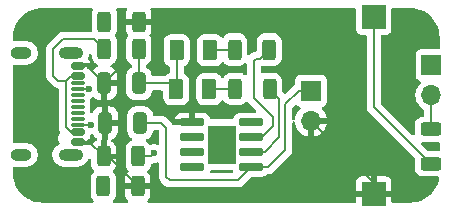
<source format=gbr>
%TF.GenerationSoftware,KiCad,Pcbnew,8.0.4*%
%TF.CreationDate,2024-08-20T22:35:38-07:00*%
%TF.ProjectId,LED flashlight,4c454420-666c-4617-9368-6c696768742e,rev?*%
%TF.SameCoordinates,Original*%
%TF.FileFunction,Copper,L1,Top*%
%TF.FilePolarity,Positive*%
%FSLAX46Y46*%
G04 Gerber Fmt 4.6, Leading zero omitted, Abs format (unit mm)*
G04 Created by KiCad (PCBNEW 8.0.4) date 2024-08-20 22:35:38*
%MOMM*%
%LPD*%
G01*
G04 APERTURE LIST*
G04 Aperture macros list*
%AMRoundRect*
0 Rectangle with rounded corners*
0 $1 Rounding radius*
0 $2 $3 $4 $5 $6 $7 $8 $9 X,Y pos of 4 corners*
0 Add a 4 corners polygon primitive as box body*
4,1,4,$2,$3,$4,$5,$6,$7,$8,$9,$2,$3,0*
0 Add four circle primitives for the rounded corners*
1,1,$1+$1,$2,$3*
1,1,$1+$1,$4,$5*
1,1,$1+$1,$6,$7*
1,1,$1+$1,$8,$9*
0 Add four rect primitives between the rounded corners*
20,1,$1+$1,$2,$3,$4,$5,0*
20,1,$1+$1,$4,$5,$6,$7,0*
20,1,$1+$1,$6,$7,$8,$9,0*
20,1,$1+$1,$8,$9,$2,$3,0*%
G04 Aperture macros list end*
%TA.AperFunction,SMDPad,CuDef*%
%ADD10RoundRect,0.250000X-0.312500X-0.625000X0.312500X-0.625000X0.312500X0.625000X-0.312500X0.625000X0*%
%TD*%
%TA.AperFunction,SMDPad,CuDef*%
%ADD11RoundRect,0.250000X0.375000X0.625000X-0.375000X0.625000X-0.375000X-0.625000X0.375000X-0.625000X0*%
%TD*%
%TA.AperFunction,SMDPad,CuDef*%
%ADD12RoundRect,0.250000X-0.625000X0.312500X-0.625000X-0.312500X0.625000X-0.312500X0.625000X0.312500X0*%
%TD*%
%TA.AperFunction,ComponentPad*%
%ADD13R,1.700000X1.700000*%
%TD*%
%TA.AperFunction,ComponentPad*%
%ADD14O,1.700000X1.700000*%
%TD*%
%TA.AperFunction,SMDPad,CuDef*%
%ADD15RoundRect,0.250000X-0.325000X-0.650000X0.325000X-0.650000X0.325000X0.650000X-0.325000X0.650000X0*%
%TD*%
%TA.AperFunction,SMDPad,CuDef*%
%ADD16RoundRect,0.250000X0.325000X0.650000X-0.325000X0.650000X-0.325000X-0.650000X0.325000X-0.650000X0*%
%TD*%
%TA.AperFunction,SMDPad,CuDef*%
%ADD17R,2.000000X2.000000*%
%TD*%
%TA.AperFunction,SMDPad,CuDef*%
%ADD18RoundRect,0.150000X-0.425000X0.150000X-0.425000X-0.150000X0.425000X-0.150000X0.425000X0.150000X0*%
%TD*%
%TA.AperFunction,SMDPad,CuDef*%
%ADD19RoundRect,0.075000X-0.500000X0.075000X-0.500000X-0.075000X0.500000X-0.075000X0.500000X0.075000X0*%
%TD*%
%TA.AperFunction,ComponentPad*%
%ADD20O,2.100000X1.000000*%
%TD*%
%TA.AperFunction,ComponentPad*%
%ADD21O,1.800000X1.000000*%
%TD*%
%TA.AperFunction,SMDPad,CuDef*%
%ADD22RoundRect,0.075000X-0.910000X-0.225000X0.910000X-0.225000X0.910000X0.225000X-0.910000X0.225000X0*%
%TD*%
%TA.AperFunction,SMDPad,CuDef*%
%ADD23R,2.413000X3.302000*%
%TD*%
%TA.AperFunction,SMDPad,CuDef*%
%ADD24RoundRect,0.250000X0.312500X0.625000X-0.312500X0.625000X-0.312500X-0.625000X0.312500X-0.625000X0*%
%TD*%
%TA.AperFunction,ViaPad*%
%ADD25C,0.600000*%
%TD*%
%TA.AperFunction,Conductor*%
%ADD26C,0.200000*%
%TD*%
G04 APERTURE END LIST*
D10*
%TO.P,R1,1*%
%TO.N,Net-(P1-VBUS-PadA4)*%
X132007500Y-86890000D03*
%TO.P,R1,2*%
%TO.N,Net-(D2-A)*%
X134932500Y-86890000D03*
%TD*%
D11*
%TO.P,D4,1,K*%
%TO.N,Net-(D4-K)*%
X140880000Y-90280000D03*
%TO.P,D4,2,A*%
%TO.N,Net-(D2-A)*%
X138080000Y-90280000D03*
%TD*%
D12*
%TO.P,R5,1*%
%TO.N,Net-(D3-A)*%
X159655000Y-93682500D03*
%TO.P,R5,2*%
%TO.N,Net-(R5-Pad2)*%
X159655000Y-96607500D03*
%TD*%
D10*
%TO.P,R6,1*%
%TO.N,unconnected-(P1-VCONN-PadB5)*%
X131917500Y-98520000D03*
%TO.P,R6,2*%
%TO.N,Earth*%
X134842500Y-98520000D03*
%TD*%
D13*
%TO.P,BT1,1,+*%
%TO.N,Net-(BT1-+)*%
X149520000Y-90425000D03*
D14*
%TO.P,BT1,2,-*%
%TO.N,Earth*%
X149520000Y-92965000D03*
%TD*%
D15*
%TO.P,D2,1,K*%
%TO.N,Earth*%
X131985000Y-89790000D03*
%TO.P,D2,2,A*%
%TO.N,Net-(D2-A)*%
X134935000Y-89790000D03*
%TD*%
D16*
%TO.P,D1,1,K*%
%TO.N,Net-(BT1-+)*%
X135035000Y-93150000D03*
%TO.P,D1,2,A*%
%TO.N,Earth*%
X132085000Y-93150000D03*
%TD*%
D17*
%TO.P,SW1,1,1*%
%TO.N,Net-(R5-Pad2)*%
X154820000Y-84180000D03*
%TO.P,SW1,2,2*%
%TO.N,Earth*%
X154820000Y-99180000D03*
%TD*%
D10*
%TO.P,R2,1*%
%TO.N,Net-(D4-K)*%
X143077500Y-90270000D03*
%TO.P,R2,2*%
%TO.N,Net-(U1-~{STDBY})*%
X146002500Y-90270000D03*
%TD*%
%TO.P,R3,1*%
%TO.N,Net-(D5-K)*%
X143045000Y-86940000D03*
%TO.P,R3,2*%
%TO.N,Net-(U1-~{CHRG})*%
X145970000Y-86940000D03*
%TD*%
D18*
%TO.P,P1,A1,GND*%
%TO.N,Earth*%
X129742221Y-88339014D03*
%TO.P,P1,A4,VBUS*%
%TO.N,Net-(P1-VBUS-PadA4)*%
X129742221Y-89139014D03*
D19*
%TO.P,P1,A5,CC*%
%TO.N,unconnected-(P1-CC-PadA5)*%
X129742221Y-90289014D03*
%TO.P,P1,A6,D+*%
%TO.N,unconnected-(P1-D+-PadA6)*%
X129742221Y-91289014D03*
%TO.P,P1,A7,D-*%
%TO.N,unconnected-(P1-D--PadA7)*%
X129742221Y-91789014D03*
%TO.P,P1,A8*%
%TO.N,N/C*%
X129742221Y-92789014D03*
D18*
%TO.P,P1,A9,VBUS*%
%TO.N,Net-(P1-VBUS-PadA4)*%
X129742221Y-93939014D03*
%TO.P,P1,A12,GND*%
%TO.N,Earth*%
X129742221Y-94739014D03*
%TO.P,P1,B1,GND*%
X129742221Y-94739014D03*
%TO.P,P1,B4,VBUS*%
%TO.N,Net-(P1-VBUS-PadA4)*%
X129742221Y-93939014D03*
D19*
%TO.P,P1,B5,VCONN*%
%TO.N,unconnected-(P1-VCONN-PadB5)*%
X129742221Y-93289014D03*
%TO.P,P1,B6*%
%TO.N,N/C*%
X129742221Y-92289014D03*
%TO.P,P1,B7*%
X129742221Y-90789014D03*
%TO.P,P1,B8*%
X129742221Y-89789014D03*
D18*
%TO.P,P1,B9,VBUS*%
%TO.N,Net-(P1-VBUS-PadA4)*%
X129742221Y-89139014D03*
%TO.P,P1,B12,GND*%
%TO.N,Earth*%
X129742221Y-88339014D03*
D20*
%TO.P,P1,S1,SHIELD*%
%TO.N,unconnected-(P1-SHIELD-PadS1)*%
X129167221Y-87219014D03*
D21*
X124987221Y-87219014D03*
D20*
X129167221Y-95859014D03*
D21*
X124987221Y-95859014D03*
%TD*%
D11*
%TO.P,D5,1,K*%
%TO.N,Net-(D5-K)*%
X140950000Y-86990000D03*
%TO.P,D5,2,A*%
%TO.N,Net-(D2-A)*%
X138150000Y-86990000D03*
%TD*%
D22*
%TO.P,U1,1,TEMP*%
%TO.N,Earth*%
X139460000Y-93080000D03*
%TO.P,U1,2,PROG*%
%TO.N,Net-(U1-PROG)*%
X139460000Y-94350000D03*
%TO.P,U1,3,GND*%
%TO.N,Earth*%
X139460000Y-95620000D03*
%TO.P,U1,4,VCC*%
%TO.N,Net-(D2-A)*%
X139460000Y-96890000D03*
%TO.P,U1,5,BAT*%
%TO.N,Net-(BT1-+)*%
X144410000Y-96890000D03*
%TO.P,U1,6,~{STDBY}*%
%TO.N,Net-(U1-~{STDBY})*%
X144410000Y-95620000D03*
%TO.P,U1,7,~{CHRG}*%
%TO.N,Net-(U1-~{CHRG})*%
X144410000Y-94350000D03*
%TO.P,U1,8,CE*%
%TO.N,Net-(D2-A)*%
X144410000Y-93080000D03*
D23*
%TO.P,U1,9,EP*%
%TO.N,unconnected-(U1-EP-Pad9)*%
X141935000Y-94985000D03*
%TD*%
D10*
%TO.P,R7,1*%
%TO.N,unconnected-(P1-CC-PadA5)*%
X132007500Y-84570000D03*
%TO.P,R7,2*%
%TO.N,Earth*%
X134932500Y-84570000D03*
%TD*%
D13*
%TO.P,LED,1,+*%
%TO.N,Net-(BT1-+)*%
X159706606Y-88262710D03*
D14*
%TO.P,LED,2,-*%
%TO.N,Net-(D3-A)*%
X159706606Y-90802710D03*
%TD*%
D24*
%TO.P,R4,1*%
%TO.N,Net-(U1-PROG)*%
X134872500Y-95990000D03*
%TO.P,R4,2*%
%TO.N,Earth*%
X131947500Y-95990000D03*
%TD*%
D25*
%TO.N,Earth*%
X132085000Y-93150000D03*
X139430000Y-93030000D03*
X139460000Y-95620000D03*
X131947500Y-95990000D03*
%TO.N,Net-(D2-A)*%
X144410000Y-93080000D03*
X138080000Y-90280000D03*
X139520000Y-96860000D03*
%TO.N,unconnected-(P1-VCONN-PadB5)*%
X131917500Y-98520000D03*
X130860000Y-93310000D03*
%TO.N,unconnected-(P1-CC-PadA5)*%
X132007500Y-84570000D03*
X130700000Y-90260000D03*
%TO.N,Net-(U1-PROG)*%
X136220000Y-95730000D03*
X139460000Y-94350000D03*
%TD*%
D26*
%TO.N,Net-(U1-~{STDBY})*%
X146830000Y-94364852D02*
X146830000Y-91097500D01*
X145574852Y-95620000D02*
X146830000Y-94364852D01*
X144410000Y-95620000D02*
X145574852Y-95620000D01*
X146830000Y-91097500D02*
X146002500Y-90270000D01*
%TO.N,Earth*%
X133630000Y-88145000D02*
X131985000Y-89790000D01*
X133760000Y-84570000D02*
X133630000Y-84700000D01*
X131985000Y-93050000D02*
X132085000Y-93150000D01*
X139460000Y-93060000D02*
X139430000Y-93030000D01*
X129742221Y-94739014D02*
X130696514Y-94739014D01*
X133630000Y-84700000D02*
X133630000Y-88145000D01*
X130534014Y-88339014D02*
X131985000Y-89790000D01*
X132085000Y-93150000D02*
X132085000Y-95852500D01*
X134932500Y-84570000D02*
X133760000Y-84570000D01*
X132085000Y-95852500D02*
X131947500Y-95990000D01*
X129742221Y-88339014D02*
X130534014Y-88339014D01*
X154820000Y-98265000D02*
X154820000Y-99180000D01*
X139460000Y-93080000D02*
X139460000Y-93060000D01*
X132312500Y-95990000D02*
X131947500Y-95990000D01*
X149520000Y-92965000D02*
X154820000Y-98265000D01*
X131985000Y-89790000D02*
X131985000Y-93050000D01*
X130696514Y-94739014D02*
X131947500Y-95990000D01*
X134842500Y-98520000D02*
X132312500Y-95990000D01*
%TO.N,Net-(BT1-+)*%
X144410000Y-96890000D02*
X145870000Y-96890000D01*
X135035000Y-93150000D02*
X136830000Y-93150000D01*
X137270000Y-93590000D02*
X137270000Y-97750000D01*
X137270000Y-97750000D02*
X137530000Y-98010000D01*
X145870000Y-96890000D02*
X147330000Y-95430000D01*
X147330000Y-91580000D02*
X148485000Y-90425000D01*
X136830000Y-93150000D02*
X137270000Y-93590000D01*
X143290000Y-98010000D02*
X144410000Y-96890000D01*
X147330000Y-95430000D02*
X147330000Y-91580000D01*
X137530000Y-98010000D02*
X143290000Y-98010000D01*
X148485000Y-90425000D02*
X149520000Y-90425000D01*
%TO.N,Net-(D2-A)*%
X138150000Y-90210000D02*
X138080000Y-90280000D01*
X139490000Y-96890000D02*
X139520000Y-96860000D01*
X134932500Y-89787500D02*
X134935000Y-89790000D01*
X137590000Y-89790000D02*
X138080000Y-90280000D01*
X134935000Y-89790000D02*
X137590000Y-89790000D01*
X134932500Y-86890000D02*
X134932500Y-89787500D01*
X139460000Y-96890000D02*
X139490000Y-96890000D01*
X138150000Y-86990000D02*
X138150000Y-90210000D01*
%TO.N,Net-(D4-K)*%
X143067500Y-90280000D02*
X143077500Y-90270000D01*
X140880000Y-90280000D02*
X143067500Y-90280000D01*
%TO.N,Net-(D5-K)*%
X142995000Y-86990000D02*
X143045000Y-86940000D01*
X140950000Y-86990000D02*
X142995000Y-86990000D01*
%TO.N,Net-(P1-VBUS-PadA4)*%
X128113267Y-89572026D02*
X127687128Y-89145887D01*
X129192362Y-89139014D02*
X128759350Y-89572026D01*
X127687128Y-89145887D02*
X127687128Y-86850231D01*
X128738730Y-93484954D02*
X128738730Y-89592646D01*
X129742221Y-93939014D02*
X129192790Y-93939014D01*
X131153254Y-86035754D02*
X132007500Y-86890000D01*
X128759350Y-89572026D02*
X128113267Y-89572026D01*
X127687128Y-86850231D02*
X128501605Y-86035754D01*
X129742221Y-89139014D02*
X129192362Y-89139014D01*
X129192790Y-93939014D02*
X128738730Y-93484954D01*
X128501605Y-86035754D02*
X131153254Y-86035754D01*
X128738730Y-89592646D02*
X128759350Y-89572026D01*
%TO.N,unconnected-(P1-VCONN-PadB5)*%
X130839014Y-93289014D02*
X130860000Y-93310000D01*
X129742221Y-93289014D02*
X130839014Y-93289014D01*
%TO.N,unconnected-(P1-CC-PadA5)*%
X129742221Y-90289014D02*
X130670986Y-90289014D01*
X130670986Y-90289014D02*
X130700000Y-90260000D01*
%TO.N,Net-(U1-~{CHRG})*%
X144830000Y-87720000D02*
X145190000Y-87720000D01*
X144410000Y-94350000D02*
X145394999Y-94350000D01*
X144680000Y-87870000D02*
X144830000Y-87720000D01*
X144680000Y-91050000D02*
X144680000Y-87870000D01*
X145190000Y-87720000D02*
X145970000Y-86940000D01*
X145394999Y-94350000D02*
X146300000Y-93444999D01*
X146300000Y-92670000D02*
X144680000Y-91050000D01*
X146300000Y-93444999D02*
X146300000Y-92670000D01*
%TO.N,Net-(U1-PROG)*%
X135960000Y-95990000D02*
X136220000Y-95730000D01*
X134872500Y-95990000D02*
X135960000Y-95990000D01*
%TO.N,Net-(D3-A)*%
X159655000Y-90705000D02*
X159755000Y-90605000D01*
X159655000Y-93682500D02*
X159655000Y-90705000D01*
%TO.N,Net-(R5-Pad2)*%
X154820000Y-91772500D02*
X159655000Y-96607500D01*
X154820000Y-84180000D02*
X154820000Y-91772500D01*
%TD*%
%TA.AperFunction,Conductor*%
%TO.N,Earth*%
G36*
X133913353Y-83430185D02*
G01*
X133959108Y-83482989D01*
X133969052Y-83552147D01*
X133951852Y-83599597D01*
X133935646Y-83625869D01*
X133935641Y-83625880D01*
X133880494Y-83792302D01*
X133880493Y-83792309D01*
X133870000Y-83895013D01*
X133870000Y-84320000D01*
X135994999Y-84320000D01*
X135994999Y-83895028D01*
X135994998Y-83895013D01*
X135984505Y-83792302D01*
X135929358Y-83625880D01*
X135929353Y-83625869D01*
X135913148Y-83599597D01*
X135894707Y-83532205D01*
X135915629Y-83465541D01*
X135969271Y-83420772D01*
X136018686Y-83410500D01*
X153195500Y-83410500D01*
X153262539Y-83430185D01*
X153308294Y-83482989D01*
X153319500Y-83534500D01*
X153319500Y-85227870D01*
X153319501Y-85227876D01*
X153325908Y-85287483D01*
X153376202Y-85422328D01*
X153376206Y-85422335D01*
X153462452Y-85537544D01*
X153462455Y-85537547D01*
X153577664Y-85623793D01*
X153577671Y-85623797D01*
X153594801Y-85630186D01*
X153712517Y-85674091D01*
X153772127Y-85680500D01*
X154095500Y-85680499D01*
X154162539Y-85700183D01*
X154208294Y-85752987D01*
X154219500Y-85804499D01*
X154219500Y-91685830D01*
X154219499Y-91685848D01*
X154219499Y-91851554D01*
X154219498Y-91851554D01*
X154260423Y-92004286D01*
X154276044Y-92031340D01*
X154276045Y-92031345D01*
X154276047Y-92031345D01*
X154332509Y-92129142D01*
X154339479Y-92141214D01*
X154339481Y-92141217D01*
X154458349Y-92260085D01*
X154458355Y-92260090D01*
X158253013Y-96054749D01*
X158286498Y-96116072D01*
X158288690Y-96155032D01*
X158279500Y-96244981D01*
X158279500Y-96970001D01*
X158279501Y-96970019D01*
X158290000Y-97072796D01*
X158290001Y-97072799D01*
X158345185Y-97239331D01*
X158345187Y-97239336D01*
X158372107Y-97282980D01*
X158437288Y-97388656D01*
X158561344Y-97512712D01*
X158710666Y-97604814D01*
X158877203Y-97659999D01*
X158979991Y-97670500D01*
X160228127Y-97670499D01*
X160295166Y-97690184D01*
X160340921Y-97742987D01*
X160350865Y-97812146D01*
X160350096Y-97816851D01*
X160318219Y-97990798D01*
X160314635Y-98005336D01*
X160229306Y-98279167D01*
X160223997Y-98293168D01*
X160106275Y-98554736D01*
X160099316Y-98567995D01*
X159950928Y-98813459D01*
X159942422Y-98825782D01*
X159765526Y-99051573D01*
X159755596Y-99062781D01*
X159552781Y-99265596D01*
X159541573Y-99275526D01*
X159315782Y-99452422D01*
X159303459Y-99460928D01*
X159057995Y-99609316D01*
X159044736Y-99616275D01*
X158783168Y-99733997D01*
X158769167Y-99739306D01*
X158495336Y-99824635D01*
X158480798Y-99828219D01*
X158198659Y-99879923D01*
X158183794Y-99881728D01*
X157893736Y-99899274D01*
X157886249Y-99899500D01*
X156444000Y-99899500D01*
X156376961Y-99879815D01*
X156331206Y-99827011D01*
X156320000Y-99775500D01*
X156320000Y-99430000D01*
X153320000Y-99430000D01*
X153320000Y-99775500D01*
X153300315Y-99842539D01*
X153247511Y-99888294D01*
X153196000Y-99899500D01*
X135760523Y-99899500D01*
X135693484Y-99879815D01*
X135647729Y-99827011D01*
X135637785Y-99757853D01*
X135666810Y-99694297D01*
X135672842Y-99687819D01*
X135747315Y-99613345D01*
X135839356Y-99464124D01*
X135839358Y-99464119D01*
X135894505Y-99297697D01*
X135894506Y-99297690D01*
X135904999Y-99194986D01*
X135905000Y-99194973D01*
X135905000Y-98770000D01*
X133780001Y-98770000D01*
X133780001Y-99194986D01*
X133790494Y-99297697D01*
X133845641Y-99464119D01*
X133845643Y-99464124D01*
X133937684Y-99613345D01*
X134012158Y-99687819D01*
X134045643Y-99749142D01*
X134040659Y-99818834D01*
X133998787Y-99874767D01*
X133933323Y-99899184D01*
X133924477Y-99899500D01*
X132836230Y-99899500D01*
X132769191Y-99879815D01*
X132723436Y-99827011D01*
X132713492Y-99757853D01*
X132742517Y-99694297D01*
X132748549Y-99687819D01*
X132822712Y-99613656D01*
X132914814Y-99464334D01*
X132969999Y-99297797D01*
X132980500Y-99195009D01*
X132980499Y-97845013D01*
X133780000Y-97845013D01*
X133780000Y-98270000D01*
X135904999Y-98270000D01*
X135904999Y-97845028D01*
X135904998Y-97845013D01*
X135894505Y-97742302D01*
X135839358Y-97575880D01*
X135839356Y-97575875D01*
X135747315Y-97426654D01*
X135678695Y-97358034D01*
X135645210Y-97296711D01*
X135650194Y-97227019D01*
X135678691Y-97182676D01*
X135777712Y-97083656D01*
X135869814Y-96934334D01*
X135924999Y-96767797D01*
X135931839Y-96700842D01*
X135958235Y-96636151D01*
X136015416Y-96596000D01*
X136039023Y-96590504D01*
X136039043Y-96590501D01*
X136039057Y-96590501D01*
X136191785Y-96549577D01*
X136192678Y-96549061D01*
X136194391Y-96548497D01*
X136199293Y-96546467D01*
X136199445Y-96546834D01*
X136240805Y-96533220D01*
X136338664Y-96522194D01*
X136399249Y-96515369D01*
X136399251Y-96515368D01*
X136399255Y-96515368D01*
X136399258Y-96515366D01*
X136399262Y-96515366D01*
X136504545Y-96478526D01*
X136574324Y-96474964D01*
X136634951Y-96509692D01*
X136667179Y-96571686D01*
X136669500Y-96595567D01*
X136669500Y-97663330D01*
X136669499Y-97663348D01*
X136669499Y-97829054D01*
X136669498Y-97829054D01*
X136710423Y-97981785D01*
X136719883Y-97998170D01*
X136789477Y-98118712D01*
X136789481Y-98118717D01*
X136918720Y-98247956D01*
X136918725Y-98247960D01*
X137161284Y-98490520D01*
X137161286Y-98490521D01*
X137161290Y-98490524D01*
X137272510Y-98554736D01*
X137298216Y-98569577D01*
X137450943Y-98610501D01*
X137450945Y-98610501D01*
X137616654Y-98610501D01*
X137616670Y-98610500D01*
X143203331Y-98610500D01*
X143203347Y-98610501D01*
X143210943Y-98610501D01*
X143369054Y-98610501D01*
X143369057Y-98610501D01*
X143521785Y-98569577D01*
X143571904Y-98540639D01*
X143658716Y-98490520D01*
X143770520Y-98378716D01*
X143770520Y-98378714D01*
X143780728Y-98368507D01*
X143780729Y-98368504D01*
X144017079Y-98132155D01*
X153320000Y-98132155D01*
X153320000Y-98930000D01*
X154570000Y-98930000D01*
X155070000Y-98930000D01*
X156320000Y-98930000D01*
X156320000Y-98132172D01*
X156319999Y-98132155D01*
X156313598Y-98072627D01*
X156313596Y-98072620D01*
X156263354Y-97937913D01*
X156263350Y-97937906D01*
X156177190Y-97822812D01*
X156177187Y-97822809D01*
X156062093Y-97736649D01*
X156062086Y-97736645D01*
X155927379Y-97686403D01*
X155927372Y-97686401D01*
X155867844Y-97680000D01*
X155070000Y-97680000D01*
X155070000Y-98930000D01*
X154570000Y-98930000D01*
X154570000Y-97680000D01*
X153772155Y-97680000D01*
X153712627Y-97686401D01*
X153712620Y-97686403D01*
X153577913Y-97736645D01*
X153577906Y-97736649D01*
X153462812Y-97822809D01*
X153462809Y-97822812D01*
X153376649Y-97937906D01*
X153376645Y-97937913D01*
X153326403Y-98072620D01*
X153326401Y-98072627D01*
X153320000Y-98132155D01*
X144017079Y-98132155D01*
X144422416Y-97726819D01*
X144483739Y-97693334D01*
X144510097Y-97690500D01*
X145357713Y-97690500D01*
X145357720Y-97690500D01*
X145470236Y-97675687D01*
X145610233Y-97617698D01*
X145730451Y-97525451D01*
X145730452Y-97525448D01*
X145736898Y-97520503D01*
X145738006Y-97521947D01*
X145790405Y-97493335D01*
X145816763Y-97490501D01*
X145949054Y-97490501D01*
X145949057Y-97490501D01*
X146101785Y-97449577D01*
X146171200Y-97409500D01*
X146238716Y-97370520D01*
X146350520Y-97258716D01*
X146350520Y-97258714D01*
X146360724Y-97248511D01*
X146360727Y-97248506D01*
X147810520Y-95798716D01*
X147889577Y-95661785D01*
X147930501Y-95509057D01*
X147930501Y-95350942D01*
X147930501Y-95343347D01*
X147930500Y-95343329D01*
X147930500Y-93126511D01*
X147950185Y-93059472D01*
X148002989Y-93013717D01*
X148072147Y-93003773D01*
X148135703Y-93032798D01*
X148173477Y-93091576D01*
X148178028Y-93115704D01*
X148185430Y-93200315D01*
X148185432Y-93200326D01*
X148246566Y-93428483D01*
X148246570Y-93428492D01*
X148346399Y-93642578D01*
X148481894Y-93836082D01*
X148648917Y-94003105D01*
X148842421Y-94138600D01*
X149056507Y-94238429D01*
X149056516Y-94238433D01*
X149270000Y-94295634D01*
X149270000Y-93398012D01*
X149327007Y-93430925D01*
X149454174Y-93465000D01*
X149585826Y-93465000D01*
X149712993Y-93430925D01*
X149770000Y-93398012D01*
X149770000Y-94295633D01*
X149983483Y-94238433D01*
X149983492Y-94238429D01*
X150197578Y-94138600D01*
X150391082Y-94003105D01*
X150558105Y-93836082D01*
X150693600Y-93642578D01*
X150793429Y-93428492D01*
X150793432Y-93428486D01*
X150850636Y-93215000D01*
X149953012Y-93215000D01*
X149985925Y-93157993D01*
X150020000Y-93030826D01*
X150020000Y-92899174D01*
X149985925Y-92772007D01*
X149953012Y-92715000D01*
X150850636Y-92715000D01*
X150850635Y-92714999D01*
X150793432Y-92501513D01*
X150793429Y-92501507D01*
X150693600Y-92287422D01*
X150693599Y-92287420D01*
X150558113Y-92093926D01*
X150558108Y-92093920D01*
X150436053Y-91971865D01*
X150402568Y-91910542D01*
X150407552Y-91840850D01*
X150449424Y-91784917D01*
X150480400Y-91768002D01*
X150612331Y-91718796D01*
X150727546Y-91632546D01*
X150813796Y-91517331D01*
X150864091Y-91382483D01*
X150870500Y-91322873D01*
X150870499Y-89527128D01*
X150864386Y-89470257D01*
X150864091Y-89467516D01*
X150813797Y-89332671D01*
X150813793Y-89332664D01*
X150727547Y-89217455D01*
X150727544Y-89217452D01*
X150612335Y-89131206D01*
X150612328Y-89131202D01*
X150477482Y-89080908D01*
X150477483Y-89080908D01*
X150417883Y-89074501D01*
X150417881Y-89074500D01*
X150417873Y-89074500D01*
X150417864Y-89074500D01*
X148622129Y-89074500D01*
X148622123Y-89074501D01*
X148562516Y-89080908D01*
X148427671Y-89131202D01*
X148427664Y-89131206D01*
X148312455Y-89217452D01*
X148312452Y-89217455D01*
X148226206Y-89332664D01*
X148226202Y-89332671D01*
X148175908Y-89467517D01*
X148170846Y-89514604D01*
X148169501Y-89527123D01*
X148169500Y-89527135D01*
X148169500Y-89842495D01*
X148149815Y-89909534D01*
X148120989Y-89940869D01*
X148116281Y-89944481D01*
X147408930Y-90651832D01*
X147347607Y-90685317D01*
X147277915Y-90680333D01*
X147233568Y-90651832D01*
X147101818Y-90520082D01*
X147068333Y-90458759D01*
X147065499Y-90432401D01*
X147065499Y-89594998D01*
X147065498Y-89594981D01*
X147054999Y-89492203D01*
X147054998Y-89492200D01*
X146999814Y-89325666D01*
X146907712Y-89176344D01*
X146783656Y-89052288D01*
X146678131Y-88987200D01*
X146634336Y-88960187D01*
X146634331Y-88960185D01*
X146632862Y-88959698D01*
X146467797Y-88905001D01*
X146467795Y-88905000D01*
X146365010Y-88894500D01*
X145639998Y-88894500D01*
X145639980Y-88894501D01*
X145537203Y-88905000D01*
X145537197Y-88905002D01*
X145443503Y-88936049D01*
X145373675Y-88938451D01*
X145313633Y-88902719D01*
X145282441Y-88840198D01*
X145280500Y-88818343D01*
X145280500Y-88412582D01*
X145300185Y-88345543D01*
X145352989Y-88299788D01*
X145372403Y-88292808D01*
X145389356Y-88288266D01*
X145459206Y-88289929D01*
X145460335Y-88290296D01*
X145504703Y-88304999D01*
X145607491Y-88315500D01*
X146332508Y-88315499D01*
X146332516Y-88315498D01*
X146332519Y-88315498D01*
X146409306Y-88307654D01*
X146435297Y-88304999D01*
X146601834Y-88249814D01*
X146751156Y-88157712D01*
X146875212Y-88033656D01*
X146967314Y-87884334D01*
X147022499Y-87717797D01*
X147033000Y-87615009D01*
X147032999Y-86264992D01*
X147027891Y-86214992D01*
X147022499Y-86162203D01*
X147022498Y-86162200D01*
X147005931Y-86112204D01*
X146967314Y-85995666D01*
X146875212Y-85846344D01*
X146751156Y-85722288D01*
X146601834Y-85630186D01*
X146435297Y-85575001D01*
X146435295Y-85575000D01*
X146332510Y-85564500D01*
X145607498Y-85564500D01*
X145607480Y-85564501D01*
X145504703Y-85575000D01*
X145504700Y-85575001D01*
X145338168Y-85630185D01*
X145338163Y-85630187D01*
X145188842Y-85722289D01*
X145064789Y-85846342D01*
X144972687Y-85995663D01*
X144972685Y-85995668D01*
X144956117Y-86045668D01*
X144917501Y-86162203D01*
X144917501Y-86162204D01*
X144917500Y-86162204D01*
X144907000Y-86264983D01*
X144907000Y-86264991D01*
X144907000Y-86676235D01*
X144907001Y-86995499D01*
X144887317Y-87062538D01*
X144834513Y-87108293D01*
X144783001Y-87119499D01*
X144750943Y-87119499D01*
X144643587Y-87148265D01*
X144598210Y-87160424D01*
X144598209Y-87160425D01*
X144548096Y-87189359D01*
X144548095Y-87189360D01*
X144504689Y-87214420D01*
X144461285Y-87239479D01*
X144461282Y-87239481D01*
X144398518Y-87302246D01*
X144349480Y-87351284D01*
X144349478Y-87351286D01*
X144333053Y-87367711D01*
X144319679Y-87381085D01*
X144258355Y-87414569D01*
X144188663Y-87409583D01*
X144132731Y-87367711D01*
X144108315Y-87302246D01*
X144107999Y-87293423D01*
X144107999Y-86264992D01*
X144102891Y-86214992D01*
X144097499Y-86162203D01*
X144097498Y-86162200D01*
X144080931Y-86112204D01*
X144042314Y-85995666D01*
X143950212Y-85846344D01*
X143826156Y-85722288D01*
X143676834Y-85630186D01*
X143510297Y-85575001D01*
X143510295Y-85575000D01*
X143407510Y-85564500D01*
X142682498Y-85564500D01*
X142682480Y-85564501D01*
X142579703Y-85575000D01*
X142579700Y-85575001D01*
X142413168Y-85630185D01*
X142413163Y-85630187D01*
X142263842Y-85722289D01*
X142139787Y-85846344D01*
X142118110Y-85881489D01*
X142066162Y-85928213D01*
X141997199Y-85939434D01*
X141933117Y-85911590D01*
X141923034Y-85901235D01*
X141922819Y-85901451D01*
X141793657Y-85772289D01*
X141793656Y-85772288D01*
X141700888Y-85715069D01*
X141644336Y-85680187D01*
X141644331Y-85680185D01*
X141642862Y-85679698D01*
X141477797Y-85625001D01*
X141477795Y-85625000D01*
X141375010Y-85614500D01*
X140524998Y-85614500D01*
X140524980Y-85614501D01*
X140422203Y-85625000D01*
X140422200Y-85625001D01*
X140255668Y-85680185D01*
X140255663Y-85680187D01*
X140106342Y-85772289D01*
X139982289Y-85896342D01*
X139890187Y-86045663D01*
X139890185Y-86045668D01*
X139862349Y-86129670D01*
X139835001Y-86212203D01*
X139835001Y-86212204D01*
X139835000Y-86212204D01*
X139824500Y-86314983D01*
X139824500Y-87665001D01*
X139824501Y-87665018D01*
X139835000Y-87767796D01*
X139835001Y-87767799D01*
X139873618Y-87884336D01*
X139890186Y-87934334D01*
X139982288Y-88083656D01*
X140106344Y-88207712D01*
X140255666Y-88299814D01*
X140422203Y-88354999D01*
X140524991Y-88365500D01*
X141375008Y-88365499D01*
X141375016Y-88365498D01*
X141375019Y-88365498D01*
X141431302Y-88359748D01*
X141477797Y-88354999D01*
X141644334Y-88299814D01*
X141793656Y-88207712D01*
X141917712Y-88083656D01*
X141939389Y-88048510D01*
X141991334Y-88001788D01*
X142060296Y-87990564D01*
X142124379Y-88018406D01*
X142134465Y-88028764D01*
X142134681Y-88028549D01*
X142139788Y-88033656D01*
X142263844Y-88157712D01*
X142413166Y-88249814D01*
X142579703Y-88304999D01*
X142682491Y-88315500D01*
X143407508Y-88315499D01*
X143407516Y-88315498D01*
X143407519Y-88315498D01*
X143484306Y-88307654D01*
X143510297Y-88304999D01*
X143676834Y-88249814D01*
X143826156Y-88157712D01*
X143867819Y-88116049D01*
X143929142Y-88082564D01*
X143998834Y-88087548D01*
X144054767Y-88129420D01*
X144079184Y-88194884D01*
X144079500Y-88203730D01*
X144079500Y-88973770D01*
X144059815Y-89040809D01*
X144007011Y-89086564D01*
X143937853Y-89096508D01*
X143874297Y-89067483D01*
X143867819Y-89061451D01*
X143858657Y-89052289D01*
X143858656Y-89052288D01*
X143753131Y-88987200D01*
X143709336Y-88960187D01*
X143709331Y-88960185D01*
X143707862Y-88959698D01*
X143542797Y-88905001D01*
X143542795Y-88905000D01*
X143440010Y-88894500D01*
X142714998Y-88894500D01*
X142714980Y-88894501D01*
X142612203Y-88905000D01*
X142612200Y-88905001D01*
X142445668Y-88960185D01*
X142445663Y-88960187D01*
X142296342Y-89052289D01*
X142172288Y-89176343D01*
X142172285Y-89176347D01*
X142112453Y-89273350D01*
X142060505Y-89320075D01*
X141991543Y-89331296D01*
X141927461Y-89303453D01*
X141901377Y-89273350D01*
X141847712Y-89186344D01*
X141723656Y-89062288D01*
X141601923Y-88987203D01*
X141574336Y-88970187D01*
X141574331Y-88970185D01*
X141544153Y-88960185D01*
X141407797Y-88915001D01*
X141407795Y-88915000D01*
X141305010Y-88904500D01*
X140454998Y-88904500D01*
X140454980Y-88904501D01*
X140352203Y-88915000D01*
X140352200Y-88915001D01*
X140185668Y-88970185D01*
X140185663Y-88970187D01*
X140036342Y-89062289D01*
X139912289Y-89186342D01*
X139820187Y-89335663D01*
X139820185Y-89335668D01*
X139801656Y-89391586D01*
X139765001Y-89502203D01*
X139765001Y-89502204D01*
X139765000Y-89502204D01*
X139754500Y-89604983D01*
X139754500Y-90955001D01*
X139754501Y-90955018D01*
X139765000Y-91057796D01*
X139765001Y-91057799D01*
X139820185Y-91224331D01*
X139820187Y-91224336D01*
X139833886Y-91246545D01*
X139912288Y-91373656D01*
X140036344Y-91497712D01*
X140185666Y-91589814D01*
X140352203Y-91644999D01*
X140454991Y-91655500D01*
X141305008Y-91655499D01*
X141305016Y-91655498D01*
X141305019Y-91655498D01*
X141402892Y-91645500D01*
X141407797Y-91644999D01*
X141574334Y-91589814D01*
X141723656Y-91497712D01*
X141847712Y-91373656D01*
X141907545Y-91276649D01*
X141959492Y-91229925D01*
X142028455Y-91218702D01*
X142092537Y-91246545D01*
X142118623Y-91276650D01*
X142149781Y-91327167D01*
X142172288Y-91363656D01*
X142296344Y-91487712D01*
X142445666Y-91579814D01*
X142612203Y-91634999D01*
X142714991Y-91645500D01*
X143440008Y-91645499D01*
X143440016Y-91645498D01*
X143440019Y-91645498D01*
X143496302Y-91639748D01*
X143542797Y-91634999D01*
X143709334Y-91579814D01*
X143858656Y-91487712D01*
X143982712Y-91363656D01*
X143982715Y-91363650D01*
X143985714Y-91360652D01*
X144047037Y-91327167D01*
X144116729Y-91332151D01*
X144172663Y-91374022D01*
X144180782Y-91386332D01*
X144199475Y-91418709D01*
X144199482Y-91418718D01*
X144318349Y-91537585D01*
X144318355Y-91537590D01*
X144848584Y-92067819D01*
X144882069Y-92129142D01*
X144877085Y-92198834D01*
X144835213Y-92254767D01*
X144769749Y-92279184D01*
X144760903Y-92279500D01*
X144461915Y-92279500D01*
X144448031Y-92278720D01*
X144410002Y-92274435D01*
X144409998Y-92274435D01*
X144371969Y-92278720D01*
X144358085Y-92279500D01*
X143462272Y-92279500D01*
X143349764Y-92294313D01*
X143349763Y-92294313D01*
X143209770Y-92352300D01*
X143209767Y-92352301D01*
X143209767Y-92352302D01*
X143089549Y-92444549D01*
X143045837Y-92501516D01*
X142997300Y-92564770D01*
X142947422Y-92685187D01*
X142939313Y-92704764D01*
X142937966Y-92715000D01*
X142936559Y-92725685D01*
X142908293Y-92789581D01*
X142849969Y-92828053D01*
X142813620Y-92833500D01*
X141055876Y-92833500D01*
X140988837Y-92813815D01*
X140943082Y-92761011D01*
X140932937Y-92725686D01*
X140930199Y-92704895D01*
X140930198Y-92704891D01*
X140872263Y-92565021D01*
X140780094Y-92444905D01*
X140659978Y-92352736D01*
X140520108Y-92294801D01*
X140520104Y-92294800D01*
X140407697Y-92280000D01*
X139710000Y-92280000D01*
X139710000Y-93206000D01*
X139690315Y-93273039D01*
X139637511Y-93318794D01*
X139586000Y-93330000D01*
X137965234Y-93330000D01*
X137925421Y-93351739D01*
X137855729Y-93346753D01*
X137799796Y-93304880D01*
X137791678Y-93292572D01*
X137787957Y-93286127D01*
X137787957Y-93286126D01*
X137750524Y-93221290D01*
X137750521Y-93221286D01*
X137750520Y-93221284D01*
X137638716Y-93109480D01*
X137638715Y-93109479D01*
X137634385Y-93105149D01*
X137634374Y-93105139D01*
X137346537Y-92817302D01*
X137975000Y-92817302D01*
X137975000Y-92830000D01*
X139210000Y-92830000D01*
X139210000Y-92280000D01*
X138512302Y-92280000D01*
X138399895Y-92294800D01*
X138399891Y-92294801D01*
X138260021Y-92352736D01*
X138139905Y-92444905D01*
X138047736Y-92565021D01*
X137989801Y-92704891D01*
X137989800Y-92704895D01*
X137975000Y-92817302D01*
X137346537Y-92817302D01*
X137317590Y-92788355D01*
X137317588Y-92788352D01*
X137198717Y-92669481D01*
X137198716Y-92669480D01*
X137111904Y-92619360D01*
X137111904Y-92619359D01*
X137111900Y-92619358D01*
X137061785Y-92590423D01*
X136909057Y-92549499D01*
X136750943Y-92549499D01*
X136743347Y-92549499D01*
X136743331Y-92549500D01*
X136232643Y-92549500D01*
X136165604Y-92529815D01*
X136119849Y-92477011D01*
X136109285Y-92438102D01*
X136105569Y-92401734D01*
X136099999Y-92347203D01*
X136044814Y-92180666D01*
X135952712Y-92031344D01*
X135828656Y-91907288D01*
X135679334Y-91815186D01*
X135512797Y-91760001D01*
X135512795Y-91760000D01*
X135410010Y-91749500D01*
X134659998Y-91749500D01*
X134659980Y-91749501D01*
X134557203Y-91760000D01*
X134557200Y-91760001D01*
X134390668Y-91815185D01*
X134390663Y-91815187D01*
X134241342Y-91907289D01*
X134117289Y-92031342D01*
X134025187Y-92180663D01*
X134025185Y-92180668D01*
X134008900Y-92229813D01*
X133970001Y-92347203D01*
X133970001Y-92347204D01*
X133970000Y-92347204D01*
X133959500Y-92449983D01*
X133959500Y-93850001D01*
X133959501Y-93850018D01*
X133970000Y-93952796D01*
X133970001Y-93952799D01*
X134025185Y-94119331D01*
X134025187Y-94119336D01*
X134059356Y-94174733D01*
X134117096Y-94268345D01*
X134117289Y-94268657D01*
X134241344Y-94392712D01*
X134317965Y-94439972D01*
X134364690Y-94491920D01*
X134375913Y-94560882D01*
X134348069Y-94624965D01*
X134291875Y-94663216D01*
X134240672Y-94680183D01*
X134240663Y-94680187D01*
X134091342Y-94772289D01*
X133967289Y-94896342D01*
X133875187Y-95045663D01*
X133875185Y-95045668D01*
X133863187Y-95081877D01*
X133820001Y-95212203D01*
X133820001Y-95212204D01*
X133820000Y-95212204D01*
X133809500Y-95314983D01*
X133809500Y-96665001D01*
X133809501Y-96665018D01*
X133820000Y-96767796D01*
X133820001Y-96767799D01*
X133875185Y-96934331D01*
X133875187Y-96934336D01*
X133910069Y-96990888D01*
X133967096Y-97083345D01*
X133967289Y-97083657D01*
X134036304Y-97152672D01*
X134069789Y-97213995D01*
X134064805Y-97283687D01*
X134036305Y-97328034D01*
X133937682Y-97426657D01*
X133845643Y-97575875D01*
X133845641Y-97575880D01*
X133790494Y-97742302D01*
X133790493Y-97742309D01*
X133780000Y-97845013D01*
X132980499Y-97845013D01*
X132980499Y-97844992D01*
X132969999Y-97742203D01*
X132914814Y-97575666D01*
X132822712Y-97426344D01*
X132753695Y-97357327D01*
X132720210Y-97296004D01*
X132725194Y-97226312D01*
X132753695Y-97181964D01*
X132852317Y-97083342D01*
X132944356Y-96934124D01*
X132944358Y-96934119D01*
X132999505Y-96767697D01*
X132999506Y-96767690D01*
X133009999Y-96664986D01*
X133010000Y-96664973D01*
X133010000Y-96240000D01*
X131821500Y-96240000D01*
X131754461Y-96220315D01*
X131708706Y-96167511D01*
X131697500Y-96116000D01*
X131697500Y-94673999D01*
X131714824Y-94615000D01*
X132197500Y-94615000D01*
X132197500Y-95740000D01*
X133009999Y-95740000D01*
X133009999Y-95315028D01*
X133009998Y-95315013D01*
X132999505Y-95212302D01*
X132944358Y-95045880D01*
X132944356Y-95045875D01*
X132852315Y-94896654D01*
X132728345Y-94772684D01*
X132650858Y-94724890D01*
X132604134Y-94672942D01*
X132592911Y-94603980D01*
X132620755Y-94539897D01*
X132676952Y-94501645D01*
X132729117Y-94484359D01*
X132729124Y-94484356D01*
X132878345Y-94392315D01*
X133002315Y-94268345D01*
X133094356Y-94119124D01*
X133094358Y-94119119D01*
X133149505Y-93952697D01*
X133149506Y-93952690D01*
X133159999Y-93849986D01*
X133160000Y-93849973D01*
X133160000Y-93400000D01*
X132335000Y-93400000D01*
X132335000Y-94491000D01*
X132315315Y-94558039D01*
X132262511Y-94603794D01*
X132211000Y-94615000D01*
X132197500Y-94615000D01*
X131714824Y-94615000D01*
X131717185Y-94606960D01*
X131769989Y-94561205D01*
X131821500Y-94549999D01*
X131834999Y-94549999D01*
X131835000Y-94549998D01*
X131835000Y-92900000D01*
X132335000Y-92900000D01*
X133159999Y-92900000D01*
X133159999Y-92450028D01*
X133159998Y-92450013D01*
X133149505Y-92347302D01*
X133094358Y-92180880D01*
X133094356Y-92180875D01*
X133002315Y-92031654D01*
X132878345Y-91907684D01*
X132729124Y-91815643D01*
X132729119Y-91815641D01*
X132562697Y-91760494D01*
X132562690Y-91760493D01*
X132459986Y-91750000D01*
X132335000Y-91750000D01*
X132335000Y-92900000D01*
X131835000Y-92900000D01*
X131835000Y-91750000D01*
X131710027Y-91750000D01*
X131710012Y-91750001D01*
X131607302Y-91760494D01*
X131440880Y-91815641D01*
X131440875Y-91815643D01*
X131291654Y-91907684D01*
X131167684Y-92031654D01*
X131075643Y-92180875D01*
X131075641Y-92180880D01*
X131059427Y-92229813D01*
X131019654Y-92287258D01*
X130955139Y-92314081D01*
X130886363Y-92301766D01*
X130835163Y-92254223D01*
X130817721Y-92190809D01*
X130817721Y-92176300D01*
X130817721Y-92176294D01*
X130802908Y-92063778D01*
X130802907Y-92063777D01*
X130801847Y-92055719D01*
X130804910Y-92055315D01*
X130804910Y-92022712D01*
X130801847Y-92022309D01*
X130806266Y-91988740D01*
X130817721Y-91901734D01*
X130817721Y-91676294D01*
X130802908Y-91563778D01*
X130802907Y-91563777D01*
X130801847Y-91555719D01*
X130804910Y-91555315D01*
X130804910Y-91522712D01*
X130801847Y-91522309D01*
X130805085Y-91497712D01*
X130817721Y-91401734D01*
X130817721Y-91176294D01*
X130817110Y-91171653D01*
X130827875Y-91102618D01*
X130874254Y-91050362D01*
X130899094Y-91038426D01*
X130899974Y-91038118D01*
X131046804Y-90986739D01*
X131116582Y-90983178D01*
X131175439Y-91016100D01*
X131191654Y-91032315D01*
X131340875Y-91124356D01*
X131340880Y-91124358D01*
X131507302Y-91179505D01*
X131507309Y-91179506D01*
X131610019Y-91189999D01*
X131734999Y-91189999D01*
X132235000Y-91189999D01*
X132359972Y-91189999D01*
X132359986Y-91189998D01*
X132462697Y-91179505D01*
X132629119Y-91124358D01*
X132629124Y-91124356D01*
X132778345Y-91032315D01*
X132902315Y-90908345D01*
X132994356Y-90759124D01*
X132994358Y-90759119D01*
X133049505Y-90592697D01*
X133049506Y-90592690D01*
X133059999Y-90489986D01*
X133060000Y-90489973D01*
X133060000Y-90040000D01*
X132235000Y-90040000D01*
X132235000Y-91189999D01*
X131734999Y-91189999D01*
X131735000Y-91189998D01*
X131735000Y-89664000D01*
X131754685Y-89596961D01*
X131807489Y-89551206D01*
X131859000Y-89540000D01*
X133059999Y-89540000D01*
X133059999Y-89090028D01*
X133059998Y-89090013D01*
X133059995Y-89089983D01*
X133859500Y-89089983D01*
X133859500Y-90490001D01*
X133859501Y-90490018D01*
X133870000Y-90592796D01*
X133870001Y-90592799D01*
X133900659Y-90685317D01*
X133925186Y-90759334D01*
X134017288Y-90908656D01*
X134141344Y-91032712D01*
X134290666Y-91124814D01*
X134457203Y-91179999D01*
X134559991Y-91190500D01*
X135310008Y-91190499D01*
X135310016Y-91190498D01*
X135310019Y-91190498D01*
X135366302Y-91184748D01*
X135412797Y-91179999D01*
X135579334Y-91124814D01*
X135728656Y-91032712D01*
X135852712Y-90908656D01*
X135944814Y-90759334D01*
X135999999Y-90592797D01*
X136009286Y-90501897D01*
X136035683Y-90437205D01*
X136092864Y-90397054D01*
X136132644Y-90390500D01*
X136830501Y-90390500D01*
X136897540Y-90410185D01*
X136943295Y-90462989D01*
X136954501Y-90514500D01*
X136954501Y-90955018D01*
X136965000Y-91057796D01*
X136965001Y-91057799D01*
X137020185Y-91224331D01*
X137020187Y-91224336D01*
X137033886Y-91246545D01*
X137112288Y-91373656D01*
X137236344Y-91497712D01*
X137385666Y-91589814D01*
X137552203Y-91644999D01*
X137654991Y-91655500D01*
X138505008Y-91655499D01*
X138505016Y-91655498D01*
X138505019Y-91655498D01*
X138602892Y-91645500D01*
X138607797Y-91644999D01*
X138774334Y-91589814D01*
X138923656Y-91497712D01*
X139047712Y-91373656D01*
X139139814Y-91224334D01*
X139194999Y-91057797D01*
X139205500Y-90955009D01*
X139205499Y-89604992D01*
X139204477Y-89594992D01*
X139194999Y-89502203D01*
X139194998Y-89502200D01*
X139153733Y-89377672D01*
X139139814Y-89335666D01*
X139047712Y-89186344D01*
X138923656Y-89062288D01*
X138809402Y-88991816D01*
X138762679Y-88939869D01*
X138750500Y-88886278D01*
X138750500Y-88420448D01*
X138770185Y-88353409D01*
X138822989Y-88307654D01*
X138835488Y-88302744D01*
X138844334Y-88299814D01*
X138993656Y-88207712D01*
X139117712Y-88083656D01*
X139209814Y-87934334D01*
X139264999Y-87767797D01*
X139275500Y-87665009D01*
X139275499Y-86314992D01*
X139270391Y-86264992D01*
X139264999Y-86212203D01*
X139264998Y-86212200D01*
X139248431Y-86162204D01*
X139209814Y-86045666D01*
X139117712Y-85896344D01*
X138993656Y-85772288D01*
X138900888Y-85715069D01*
X138844336Y-85680187D01*
X138844331Y-85680185D01*
X138842862Y-85679698D01*
X138677797Y-85625001D01*
X138677795Y-85625000D01*
X138575010Y-85614500D01*
X137724998Y-85614500D01*
X137724980Y-85614501D01*
X137622203Y-85625000D01*
X137622200Y-85625001D01*
X137455668Y-85680185D01*
X137455663Y-85680187D01*
X137306342Y-85772289D01*
X137182289Y-85896342D01*
X137090187Y-86045663D01*
X137090185Y-86045668D01*
X137062349Y-86129670D01*
X137035001Y-86212203D01*
X137035001Y-86212204D01*
X137035000Y-86212204D01*
X137024500Y-86314983D01*
X137024500Y-87665001D01*
X137024501Y-87665018D01*
X137035000Y-87767796D01*
X137035001Y-87767799D01*
X137073618Y-87884336D01*
X137090186Y-87934334D01*
X137182288Y-88083656D01*
X137306344Y-88207712D01*
X137455666Y-88299814D01*
X137464498Y-88302740D01*
X137521944Y-88342508D01*
X137548771Y-88407022D01*
X137549500Y-88420448D01*
X137549500Y-88826355D01*
X137529815Y-88893394D01*
X137477011Y-88939149D01*
X137464505Y-88944061D01*
X137385666Y-88970186D01*
X137236342Y-89062289D01*
X137145451Y-89153181D01*
X137084128Y-89186666D01*
X137057770Y-89189500D01*
X136132643Y-89189500D01*
X136065604Y-89169815D01*
X136019849Y-89117011D01*
X136009285Y-89078102D01*
X136000470Y-88991817D01*
X135999999Y-88987203D01*
X135944814Y-88820666D01*
X135852712Y-88671344D01*
X135728656Y-88547288D01*
X135591902Y-88462938D01*
X135545179Y-88410991D01*
X135533000Y-88357400D01*
X135533000Y-88288347D01*
X135552685Y-88221308D01*
X135591901Y-88182810D01*
X135713656Y-88107712D01*
X135837712Y-87983656D01*
X135929814Y-87834334D01*
X135984999Y-87667797D01*
X135995500Y-87565009D01*
X135995499Y-86214992D01*
X135984999Y-86112203D01*
X135929814Y-85945666D01*
X135837712Y-85796344D01*
X135837710Y-85796342D01*
X135836648Y-85794620D01*
X135818208Y-85727227D01*
X135836649Y-85664426D01*
X135929353Y-85514130D01*
X135929358Y-85514119D01*
X135984505Y-85347697D01*
X135984506Y-85347690D01*
X135994999Y-85244986D01*
X135995000Y-85244973D01*
X135995000Y-84820000D01*
X133870001Y-84820000D01*
X133870001Y-85244986D01*
X133880494Y-85347697D01*
X133935641Y-85514119D01*
X133935643Y-85514124D01*
X134028351Y-85664427D01*
X134046791Y-85731820D01*
X134028351Y-85794620D01*
X133935189Y-85945659D01*
X133935185Y-85945668D01*
X133918617Y-85995668D01*
X133880001Y-86112203D01*
X133880001Y-86112204D01*
X133880000Y-86112204D01*
X133869500Y-86214983D01*
X133869500Y-87565001D01*
X133869501Y-87565018D01*
X133880000Y-87667796D01*
X133880001Y-87667799D01*
X133935185Y-87834331D01*
X133935187Y-87834336D01*
X133949042Y-87856799D01*
X134027288Y-87983656D01*
X134151344Y-88107712D01*
X134273097Y-88182809D01*
X134319821Y-88234755D01*
X134332000Y-88288347D01*
X134332000Y-88360484D01*
X134312315Y-88427523D01*
X134273098Y-88466021D01*
X134188547Y-88518172D01*
X134141342Y-88547289D01*
X134017289Y-88671342D01*
X133925187Y-88820663D01*
X133925185Y-88820668D01*
X133903444Y-88886278D01*
X133870001Y-88987203D01*
X133870001Y-88987204D01*
X133870000Y-88987204D01*
X133859500Y-89089983D01*
X133059995Y-89089983D01*
X133049505Y-88987302D01*
X132994358Y-88820880D01*
X132994356Y-88820875D01*
X132902315Y-88671654D01*
X132778345Y-88547684D01*
X132629124Y-88455643D01*
X132629119Y-88455641D01*
X132603421Y-88447126D01*
X132545976Y-88407353D01*
X132519153Y-88342838D01*
X132531468Y-88274062D01*
X132579011Y-88222862D01*
X132603417Y-88211715D01*
X132639334Y-88199814D01*
X132788656Y-88107712D01*
X132912712Y-87983656D01*
X133004814Y-87834334D01*
X133059999Y-87667797D01*
X133070500Y-87565009D01*
X133070499Y-86214992D01*
X133059999Y-86112203D01*
X133004814Y-85945666D01*
X132912712Y-85796344D01*
X132912709Y-85796341D01*
X132911942Y-85795097D01*
X132893502Y-85727704D01*
X132911942Y-85664903D01*
X132912709Y-85663658D01*
X132912712Y-85663656D01*
X133004814Y-85514334D01*
X133059999Y-85347797D01*
X133070500Y-85245009D01*
X133070499Y-83894992D01*
X133059999Y-83792203D01*
X133004814Y-83625666D01*
X132988733Y-83599595D01*
X132970294Y-83532204D01*
X132991217Y-83465541D01*
X133044859Y-83420771D01*
X133094273Y-83410500D01*
X133846314Y-83410500D01*
X133913353Y-83430185D01*
G37*
%TD.AperFunction*%
%TA.AperFunction,Conductor*%
G36*
X131050260Y-94113938D02*
G01*
X131100858Y-94160006D01*
X131167680Y-94268340D01*
X131167683Y-94268344D01*
X131291656Y-94392317D01*
X131377877Y-94445498D01*
X131424602Y-94497446D01*
X131435825Y-94566408D01*
X131407982Y-94630490D01*
X131351788Y-94668742D01*
X131315881Y-94680640D01*
X131315875Y-94680643D01*
X131166654Y-94772684D01*
X131042682Y-94896656D01*
X131002935Y-94961096D01*
X130950986Y-95007820D01*
X130882024Y-95019041D01*
X130817942Y-94991197D01*
X130815646Y-94989014D01*
X130253312Y-94989014D01*
X130194853Y-94974369D01*
X130190414Y-94971996D01*
X130140572Y-94923031D01*
X130125115Y-94854893D01*
X130148951Y-94789214D01*
X130204510Y-94746848D01*
X130239143Y-94739023D01*
X130269790Y-94736612D01*
X130269792Y-94736611D01*
X130269794Y-94736611D01*
X130321595Y-94721561D01*
X130427619Y-94690758D01*
X130569086Y-94607095D01*
X130650849Y-94525331D01*
X130712170Y-94491848D01*
X130738529Y-94489014D01*
X130814516Y-94489014D01*
X130814516Y-94489012D01*
X130814321Y-94486522D01*
X130781776Y-94374505D01*
X130781776Y-94305316D01*
X130813064Y-94197623D01*
X130850670Y-94138740D01*
X130914142Y-94109534D01*
X130918252Y-94109001D01*
X130924689Y-94108276D01*
X130981438Y-94101883D01*
X131050260Y-94113938D01*
G37*
%TD.AperFunction*%
%TA.AperFunction,Conductor*%
G36*
X130861752Y-87319511D02*
G01*
X130918424Y-87360377D01*
X130944006Y-87425395D01*
X130944500Y-87436447D01*
X130944500Y-87565000D01*
X130944501Y-87565019D01*
X130955000Y-87667796D01*
X130955001Y-87667799D01*
X131010185Y-87834331D01*
X131010187Y-87834336D01*
X131024042Y-87856799D01*
X131102288Y-87983656D01*
X131226344Y-88107712D01*
X131375666Y-88199814D01*
X131389080Y-88204259D01*
X131446523Y-88244031D01*
X131473346Y-88308547D01*
X131461031Y-88377323D01*
X131413487Y-88428523D01*
X131389079Y-88439670D01*
X131340878Y-88455642D01*
X131340875Y-88455643D01*
X131191654Y-88547684D01*
X131067682Y-88671656D01*
X131024069Y-88742364D01*
X130972121Y-88789088D01*
X130903158Y-88800309D01*
X130839076Y-88772465D01*
X130800221Y-88714396D01*
X130798928Y-88644539D01*
X130799455Y-88642669D01*
X130814321Y-88591503D01*
X130814516Y-88589015D01*
X130814516Y-88589014D01*
X130738529Y-88589014D01*
X130671490Y-88569329D01*
X130650852Y-88552699D01*
X130569086Y-88470933D01*
X130528830Y-88447126D01*
X130467729Y-88410991D01*
X130427619Y-88387270D01*
X130427618Y-88387269D01*
X130427617Y-88387269D01*
X130427614Y-88387268D01*
X130269794Y-88341416D01*
X130269788Y-88341415D01*
X130239144Y-88339004D01*
X130173856Y-88314120D01*
X130132385Y-88257889D01*
X130127898Y-88188163D01*
X130161820Y-88127081D01*
X130190433Y-88106021D01*
X130194872Y-88103649D01*
X130253312Y-88089014D01*
X130814516Y-88089014D01*
X130814516Y-88089012D01*
X130814321Y-88086527D01*
X130768502Y-87928815D01*
X130684906Y-87787461D01*
X130684899Y-87787452D01*
X130658492Y-87761045D01*
X130625007Y-87699722D01*
X130629991Y-87630030D01*
X130631612Y-87625912D01*
X130679270Y-87510853D01*
X130679272Y-87510849D01*
X130698883Y-87412254D01*
X130731267Y-87350346D01*
X130791983Y-87315772D01*
X130861752Y-87319511D01*
G37*
%TD.AperFunction*%
%TD*%
%TA.AperFunction,NonConductor*%
G36*
X157893736Y-83410726D02*
G01*
X158183796Y-83428271D01*
X158198657Y-83430075D01*
X158392185Y-83465541D01*
X158480798Y-83481780D01*
X158495335Y-83485363D01*
X158769172Y-83570695D01*
X158783163Y-83576000D01*
X159044743Y-83693727D01*
X159057989Y-83700680D01*
X159303465Y-83849075D01*
X159315776Y-83857573D01*
X159541573Y-84034473D01*
X159552781Y-84044403D01*
X159755596Y-84247218D01*
X159765526Y-84258426D01*
X159885481Y-84411538D01*
X159942422Y-84484217D01*
X159950928Y-84496540D01*
X160099316Y-84742004D01*
X160106275Y-84755263D01*
X160223997Y-85016831D01*
X160229306Y-85030832D01*
X160314635Y-85304663D01*
X160318219Y-85319201D01*
X160369923Y-85601340D01*
X160371728Y-85616205D01*
X160389274Y-85906263D01*
X160389500Y-85913750D01*
X160389500Y-86788210D01*
X160369815Y-86855249D01*
X160317011Y-86901004D01*
X160265500Y-86912210D01*
X158808735Y-86912210D01*
X158808729Y-86912211D01*
X158749122Y-86918618D01*
X158614277Y-86968912D01*
X158614270Y-86968916D01*
X158499061Y-87055162D01*
X158499058Y-87055165D01*
X158412812Y-87170374D01*
X158412808Y-87170381D01*
X158362514Y-87305227D01*
X158356107Y-87364826D01*
X158356106Y-87364845D01*
X158356106Y-89160580D01*
X158356107Y-89160586D01*
X158362514Y-89220193D01*
X158412808Y-89355038D01*
X158412812Y-89355045D01*
X158499058Y-89470254D01*
X158499061Y-89470257D01*
X158614270Y-89556503D01*
X158614277Y-89556507D01*
X158745687Y-89605520D01*
X158801621Y-89647391D01*
X158826038Y-89712855D01*
X158811186Y-89781128D01*
X158790036Y-89809383D01*
X158668109Y-89931310D01*
X158532571Y-90124879D01*
X158532570Y-90124881D01*
X158432704Y-90339045D01*
X158432700Y-90339054D01*
X158371544Y-90567296D01*
X158371542Y-90567306D01*
X158350947Y-90802709D01*
X158350947Y-90802710D01*
X158371542Y-91038113D01*
X158371544Y-91038123D01*
X158432700Y-91266365D01*
X158432702Y-91266369D01*
X158432703Y-91266373D01*
X158482901Y-91374022D01*
X158532571Y-91480540D01*
X158532573Y-91480544D01*
X158611918Y-91593859D01*
X158668111Y-91674111D01*
X158835205Y-91841205D01*
X159001625Y-91957733D01*
X159045248Y-92012307D01*
X159054500Y-92059306D01*
X159054500Y-92499911D01*
X159034815Y-92566950D01*
X158982011Y-92612705D01*
X158943102Y-92623269D01*
X158877202Y-92630001D01*
X158877200Y-92630001D01*
X158710668Y-92685185D01*
X158710663Y-92685187D01*
X158561342Y-92777289D01*
X158437289Y-92901342D01*
X158345187Y-93050663D01*
X158345185Y-93050668D01*
X158320053Y-93126511D01*
X158290001Y-93217203D01*
X158290001Y-93217204D01*
X158290000Y-93217204D01*
X158279500Y-93319983D01*
X158279500Y-94045001D01*
X158279502Y-94045022D01*
X158282508Y-94074452D01*
X158269737Y-94143145D01*
X158221856Y-94194028D01*
X158154066Y-94210948D01*
X158087890Y-94188531D01*
X158071469Y-94174733D01*
X155456819Y-91560083D01*
X155423334Y-91498760D01*
X155420500Y-91472402D01*
X155420500Y-85804499D01*
X155440185Y-85737460D01*
X155492989Y-85691705D01*
X155544500Y-85680499D01*
X155867871Y-85680499D01*
X155867872Y-85680499D01*
X155927483Y-85674091D01*
X156062331Y-85623796D01*
X156177546Y-85537546D01*
X156263796Y-85422331D01*
X156314091Y-85287483D01*
X156320500Y-85227873D01*
X156320499Y-83534499D01*
X156340184Y-83467461D01*
X156392987Y-83421706D01*
X156444499Y-83410500D01*
X157824108Y-83410500D01*
X157886249Y-83410500D01*
X157893736Y-83410726D01*
G37*
%TD.AperFunction*%
%TA.AperFunction,NonConductor*%
G36*
X158950546Y-94742491D02*
G01*
X158979991Y-94745500D01*
X160265500Y-94745499D01*
X160332539Y-94765184D01*
X160378294Y-94817987D01*
X160389500Y-94869499D01*
X160389500Y-95420500D01*
X160369815Y-95487539D01*
X160317011Y-95533294D01*
X160265500Y-95544500D01*
X159492598Y-95544500D01*
X159425559Y-95524815D01*
X159404917Y-95508181D01*
X158850267Y-94953531D01*
X158816782Y-94892208D01*
X158821766Y-94822516D01*
X158863638Y-94766583D01*
X158929102Y-94742166D01*
X158950546Y-94742491D01*
G37*
%TD.AperFunction*%
%TA.AperFunction,NonConductor*%
G36*
X148262905Y-91598843D02*
G01*
X148307252Y-91627344D01*
X148312455Y-91632547D01*
X148427664Y-91718793D01*
X148427671Y-91718797D01*
X148427674Y-91718798D01*
X148559598Y-91768002D01*
X148615531Y-91809873D01*
X148639949Y-91875337D01*
X148625098Y-91943610D01*
X148603947Y-91971865D01*
X148481886Y-92093926D01*
X148346400Y-92287420D01*
X148346399Y-92287422D01*
X148246570Y-92501507D01*
X148246566Y-92501516D01*
X148185432Y-92729673D01*
X148185430Y-92729683D01*
X148178028Y-92814296D01*
X148152575Y-92879364D01*
X148095985Y-92920343D01*
X148026223Y-92924221D01*
X147965439Y-92889767D01*
X147932931Y-92827920D01*
X147930500Y-92803488D01*
X147930500Y-91880096D01*
X147950185Y-91813057D01*
X147966815Y-91792419D01*
X148131890Y-91627343D01*
X148193213Y-91593859D01*
X148262905Y-91598843D01*
G37*
%TD.AperFunction*%
%TA.AperFunction,NonConductor*%
G36*
X136596942Y-93770185D02*
G01*
X136617584Y-93786819D01*
X136633181Y-93802416D01*
X136666666Y-93863739D01*
X136669500Y-93890097D01*
X136669500Y-94864432D01*
X136649815Y-94931471D01*
X136597011Y-94977226D01*
X136527853Y-94987170D01*
X136504546Y-94981474D01*
X136399257Y-94944632D01*
X136399249Y-94944630D01*
X136220004Y-94924435D01*
X136219996Y-94924435D01*
X136040750Y-94944630D01*
X136040742Y-94944632D01*
X135943036Y-94978821D01*
X135873257Y-94982382D01*
X135812630Y-94947653D01*
X135796543Y-94926875D01*
X135778094Y-94896964D01*
X135777712Y-94896344D01*
X135653656Y-94772288D01*
X135585769Y-94730415D01*
X135539046Y-94678468D01*
X135527823Y-94609505D01*
X135555667Y-94545423D01*
X135611860Y-94507172D01*
X135679334Y-94484814D01*
X135828656Y-94392712D01*
X135952712Y-94268656D01*
X136044814Y-94119334D01*
X136099999Y-93952797D01*
X136106405Y-93890097D01*
X136109286Y-93861897D01*
X136135683Y-93797205D01*
X136192864Y-93757054D01*
X136232644Y-93750500D01*
X136529903Y-93750500D01*
X136596942Y-93770185D01*
G37*
%TD.AperFunction*%
%TA.AperFunction,NonConductor*%
G36*
X142880659Y-97156184D02*
G01*
X142926414Y-97208988D01*
X142936559Y-97244316D01*
X142939850Y-97269317D01*
X142929083Y-97338352D01*
X142882703Y-97390607D01*
X142816911Y-97409500D01*
X141053089Y-97409500D01*
X140986050Y-97389815D01*
X140940295Y-97337011D01*
X140930150Y-97269317D01*
X140933441Y-97244316D01*
X140961706Y-97180419D01*
X141020030Y-97141947D01*
X141056380Y-97136499D01*
X142813620Y-97136499D01*
X142880659Y-97156184D01*
G37*
%TD.AperFunction*%
%TA.AperFunction,NonConductor*%
G36*
X130987766Y-83430185D02*
G01*
X131033521Y-83482989D01*
X131043465Y-83552147D01*
X131026266Y-83599594D01*
X131019565Y-83610459D01*
X131010187Y-83625663D01*
X131010185Y-83625668D01*
X131010115Y-83625880D01*
X130955001Y-83792203D01*
X130955001Y-83792204D01*
X130955000Y-83792204D01*
X130944500Y-83894983D01*
X130944500Y-85245001D01*
X130944501Y-85245016D01*
X130949981Y-85298652D01*
X130937211Y-85367345D01*
X130889331Y-85418229D01*
X130826623Y-85435254D01*
X128422546Y-85435254D01*
X128391369Y-85443607D01*
X128391370Y-85443608D01*
X128269819Y-85476177D01*
X128269814Y-85476180D01*
X128132895Y-85555229D01*
X128132887Y-85555235D01*
X127206609Y-86481513D01*
X127206605Y-86481518D01*
X127183649Y-86521282D01*
X127183648Y-86521284D01*
X127127551Y-86618446D01*
X127086627Y-86771174D01*
X127086627Y-86771176D01*
X127086627Y-86939277D01*
X127086628Y-86939290D01*
X127086628Y-89059217D01*
X127086627Y-89059235D01*
X127086627Y-89224941D01*
X127086626Y-89224941D01*
X127127551Y-89377674D01*
X127135583Y-89391584D01*
X127135582Y-89391584D01*
X127135584Y-89391586D01*
X127206603Y-89514596D01*
X127206607Y-89514601D01*
X127206608Y-89514603D01*
X127318412Y-89626407D01*
X127318413Y-89626408D01*
X127744551Y-90052546D01*
X127744553Y-90052547D01*
X127744557Y-90052550D01*
X127869840Y-90124881D01*
X127881483Y-90131603D01*
X128034210Y-90172527D01*
X128034212Y-90172527D01*
X128042060Y-90174630D01*
X128041449Y-90176909D01*
X128094304Y-90200287D01*
X128132780Y-90258608D01*
X128138230Y-90294966D01*
X128138230Y-93398284D01*
X128138229Y-93398302D01*
X128138229Y-93564008D01*
X128138228Y-93564008D01*
X128163821Y-93659522D01*
X128179153Y-93716739D01*
X128198068Y-93749500D01*
X128258210Y-93853670D01*
X128258212Y-93853672D01*
X128263156Y-93860115D01*
X128261368Y-93861486D01*
X128289251Y-93912549D01*
X128284267Y-93982241D01*
X128255767Y-94026587D01*
X128206709Y-94075645D01*
X128206706Y-94075649D01*
X128130940Y-94206877D01*
X128114470Y-94268345D01*
X128091721Y-94353248D01*
X128091721Y-94504780D01*
X128105992Y-94558039D01*
X128130940Y-94651150D01*
X128147968Y-94680643D01*
X128206706Y-94782379D01*
X128206707Y-94782380D01*
X128210770Y-94789417D01*
X128208441Y-94790761D01*
X128228866Y-94843598D01*
X128214824Y-94912043D01*
X128166008Y-94962030D01*
X128152749Y-94968470D01*
X128143315Y-94972377D01*
X128143300Y-94972385D01*
X127979439Y-95081874D01*
X127979435Y-95081877D01*
X127840084Y-95221228D01*
X127840081Y-95221232D01*
X127730592Y-95385093D01*
X127730585Y-95385106D01*
X127655171Y-95567174D01*
X127655168Y-95567184D01*
X127616721Y-95760470D01*
X127616721Y-95760473D01*
X127616721Y-95957555D01*
X127616721Y-95957557D01*
X127616720Y-95957557D01*
X127655168Y-96150843D01*
X127655171Y-96150853D01*
X127730585Y-96332921D01*
X127730592Y-96332934D01*
X127840081Y-96496795D01*
X127840084Y-96496799D01*
X127979436Y-96636151D01*
X128143300Y-96745642D01*
X128143313Y-96745649D01*
X128196789Y-96767799D01*
X128325386Y-96821065D01*
X128325390Y-96821065D01*
X128325391Y-96821066D01*
X128518677Y-96859514D01*
X128518680Y-96859514D01*
X129815764Y-96859514D01*
X129945803Y-96833646D01*
X130009056Y-96821065D01*
X130191135Y-96745646D01*
X130355003Y-96636153D01*
X130355002Y-96636153D01*
X130355006Y-96636151D01*
X130355006Y-96636150D01*
X130494357Y-96496799D01*
X130494360Y-96496796D01*
X130603853Y-96332928D01*
X130646440Y-96230111D01*
X130690279Y-96175711D01*
X130756573Y-96153645D01*
X130824272Y-96170923D01*
X130871883Y-96222060D01*
X130885000Y-96277566D01*
X130885000Y-96664971D01*
X130885001Y-96664987D01*
X130895494Y-96767697D01*
X130950641Y-96934119D01*
X130950643Y-96934124D01*
X131042684Y-97083345D01*
X131111304Y-97151965D01*
X131144789Y-97213288D01*
X131139805Y-97282980D01*
X131111305Y-97327327D01*
X131012287Y-97426345D01*
X130920187Y-97575663D01*
X130920185Y-97575668D01*
X130892349Y-97659670D01*
X130865001Y-97742203D01*
X130865001Y-97742204D01*
X130865000Y-97742204D01*
X130854500Y-97844983D01*
X130854500Y-99195001D01*
X130854501Y-99195018D01*
X130865000Y-99297796D01*
X130865001Y-99297799D01*
X130908809Y-99430000D01*
X130920186Y-99464334D01*
X131012096Y-99613345D01*
X131012289Y-99613657D01*
X131086451Y-99687819D01*
X131119936Y-99749142D01*
X131114952Y-99818834D01*
X131073080Y-99874767D01*
X131007616Y-99899184D01*
X130998770Y-99899500D01*
X126783751Y-99899500D01*
X126776264Y-99899274D01*
X126486205Y-99881728D01*
X126471340Y-99879923D01*
X126189201Y-99828219D01*
X126174663Y-99824635D01*
X125900832Y-99739306D01*
X125886831Y-99733997D01*
X125625263Y-99616275D01*
X125612004Y-99609316D01*
X125372178Y-99464336D01*
X125366537Y-99460926D01*
X125354217Y-99452422D01*
X125325597Y-99430000D01*
X125156853Y-99297797D01*
X125128426Y-99275526D01*
X125117218Y-99265596D01*
X124914403Y-99062781D01*
X124904473Y-99051573D01*
X124809227Y-98930000D01*
X124727573Y-98825776D01*
X124719075Y-98813465D01*
X124570680Y-98567989D01*
X124563727Y-98554743D01*
X124446000Y-98293163D01*
X124440693Y-98279167D01*
X124437836Y-98270000D01*
X124355363Y-98005335D01*
X124351780Y-97990798D01*
X124300076Y-97708659D01*
X124298271Y-97693794D01*
X124280726Y-97403736D01*
X124280500Y-97396249D01*
X124280500Y-96969198D01*
X124300185Y-96902159D01*
X124352989Y-96856404D01*
X124422147Y-96846460D01*
X124428667Y-96847576D01*
X124473045Y-96856404D01*
X124488679Y-96859514D01*
X124488680Y-96859514D01*
X125485764Y-96859514D01*
X125615803Y-96833646D01*
X125679056Y-96821065D01*
X125861135Y-96745646D01*
X126025003Y-96636153D01*
X126025002Y-96636153D01*
X126025006Y-96636151D01*
X126025006Y-96636150D01*
X126164357Y-96496799D01*
X126164360Y-96496796D01*
X126273853Y-96332928D01*
X126349272Y-96150849D01*
X126387721Y-95957555D01*
X126387721Y-95760473D01*
X126387721Y-95760470D01*
X126349273Y-95567184D01*
X126349272Y-95567183D01*
X126349272Y-95567179D01*
X126339878Y-95544500D01*
X126273856Y-95385106D01*
X126273849Y-95385093D01*
X126164360Y-95221232D01*
X126164357Y-95221228D01*
X126025006Y-95081877D01*
X126025002Y-95081874D01*
X125861141Y-94972385D01*
X125861128Y-94972378D01*
X125679060Y-94896964D01*
X125679050Y-94896961D01*
X125485764Y-94858514D01*
X125485762Y-94858514D01*
X124488680Y-94858514D01*
X124488677Y-94858514D01*
X124428691Y-94870446D01*
X124359100Y-94864219D01*
X124303922Y-94821356D01*
X124280678Y-94755466D01*
X124280500Y-94748829D01*
X124280500Y-88329198D01*
X124300185Y-88262159D01*
X124352989Y-88216404D01*
X124422147Y-88206460D01*
X124428667Y-88207576D01*
X124473045Y-88216404D01*
X124488679Y-88219514D01*
X124488680Y-88219514D01*
X125485764Y-88219514D01*
X125670293Y-88182808D01*
X125679056Y-88181065D01*
X125861135Y-88105646D01*
X126025003Y-87996153D01*
X126164360Y-87856796D01*
X126273853Y-87692928D01*
X126349272Y-87510849D01*
X126366270Y-87425395D01*
X126387721Y-87317557D01*
X126387721Y-87120470D01*
X126349273Y-86927184D01*
X126349272Y-86927183D01*
X126349272Y-86927179D01*
X126284654Y-86771176D01*
X126273856Y-86745106D01*
X126273849Y-86745093D01*
X126164360Y-86581232D01*
X126164357Y-86581228D01*
X126025006Y-86441877D01*
X126025002Y-86441874D01*
X125861141Y-86332385D01*
X125861128Y-86332378D01*
X125679060Y-86256964D01*
X125679050Y-86256961D01*
X125485764Y-86218514D01*
X125485762Y-86218514D01*
X124488680Y-86218514D01*
X124488677Y-86218514D01*
X124428691Y-86230446D01*
X124359100Y-86224219D01*
X124303922Y-86181356D01*
X124280678Y-86115466D01*
X124280500Y-86108829D01*
X124280500Y-85913750D01*
X124280726Y-85906263D01*
X124284350Y-85846344D01*
X124298271Y-85616201D01*
X124300076Y-85601340D01*
X124308526Y-85555234D01*
X124351780Y-85319197D01*
X124355364Y-85304663D01*
X124357237Y-85298652D01*
X124440696Y-85030822D01*
X124445998Y-85016841D01*
X124563731Y-84755249D01*
X124570676Y-84742016D01*
X124719080Y-84496526D01*
X124727567Y-84484230D01*
X124904480Y-84258417D01*
X124914395Y-84247226D01*
X125117226Y-84044395D01*
X125128417Y-84034480D01*
X125354230Y-83857567D01*
X125366526Y-83849080D01*
X125612016Y-83700676D01*
X125625249Y-83693731D01*
X125886841Y-83575998D01*
X125900822Y-83570696D01*
X126174668Y-83485362D01*
X126189197Y-83481780D01*
X126471344Y-83430075D01*
X126486201Y-83428271D01*
X126776264Y-83410726D01*
X126783751Y-83410500D01*
X126845892Y-83410500D01*
X130920727Y-83410500D01*
X130987766Y-83430185D01*
G37*
%TD.AperFunction*%
M02*

</source>
